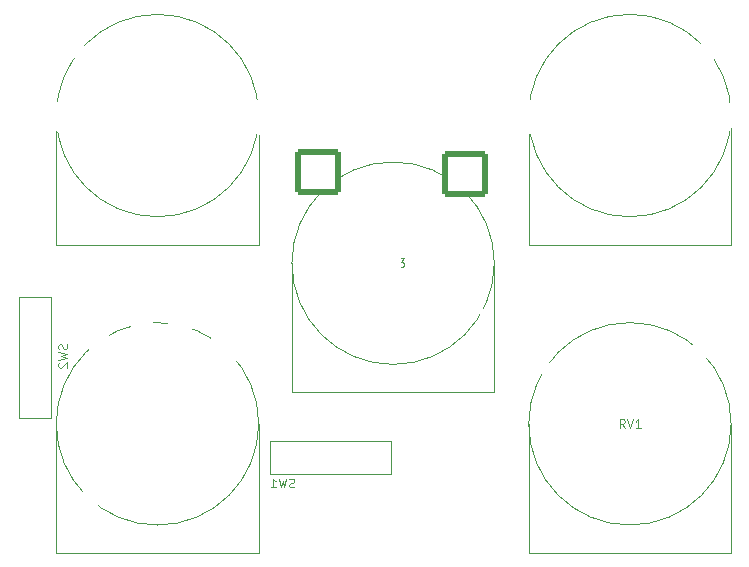
<source format=gbo>
G04 #@! TF.GenerationSoftware,KiCad,Pcbnew,8.0.1*
G04 #@! TF.CreationDate,2024-07-26T15:20:18+05:00*
G04 #@! TF.ProjectId,Life_pedal,4c696665-5f70-4656-9461-6c2e6b696361,rev?*
G04 #@! TF.SameCoordinates,Original*
G04 #@! TF.FileFunction,Legend,Bot*
G04 #@! TF.FilePolarity,Positive*
%FSLAX46Y46*%
G04 Gerber Fmt 4.6, Leading zero omitted, Abs format (unit mm)*
G04 Created by KiCad (PCBNEW 8.0.1) date 2024-07-26 15:20:18*
%MOMM*%
%LPD*%
G01*
G04 APERTURE LIST*
G04 Aperture macros list*
%AMRoundRect*
0 Rectangle with rounded corners*
0 $1 Rounding radius*
0 $2 $3 $4 $5 $6 $7 $8 $9 X,Y pos of 4 corners*
0 Add a 4 corners polygon primitive as box body*
4,1,4,$2,$3,$4,$5,$6,$7,$8,$9,$2,$3,0*
0 Add four circle primitives for the rounded corners*
1,1,$1+$1,$2,$3*
1,1,$1+$1,$4,$5*
1,1,$1+$1,$6,$7*
1,1,$1+$1,$8,$9*
0 Add four rect primitives between the rounded corners*
20,1,$1+$1,$2,$3,$4,$5,0*
20,1,$1+$1,$4,$5,$6,$7,0*
20,1,$1+$1,$6,$7,$8,$9,0*
20,1,$1+$1,$8,$9,$2,$3,0*%
G04 Aperture macros list end*
%ADD10C,0.100000*%
%ADD11C,0.120000*%
%ADD12O,2.200000X2.200000*%
%ADD13R,2.200000X2.200000*%
%ADD14R,1.600000X1.600000*%
%ADD15C,1.600000*%
%ADD16R,1.500000X1.050000*%
%ADD17O,1.500000X1.050000*%
%ADD18C,1.500000*%
%ADD19R,1.500000X1.500000*%
%ADD20RoundRect,0.250002X1.699998X-1.699998X1.699998X1.699998X-1.699998X1.699998X-1.699998X-1.699998X0*%
%ADD21R,1.700000X1.700000*%
%ADD22O,1.700000X1.700000*%
%ADD23C,1.804000*%
%ADD24C,3.000000*%
%ADD25R,4.600000X2.000000*%
%ADD26O,4.200000X2.000000*%
%ADD27O,2.000000X4.200000*%
%ADD28C,2.340000*%
%ADD29C,0.600000*%
G04 APERTURE END LIST*
D10*
X120906050Y-70600000D02*
X120941764Y-70707143D01*
X120941764Y-70707143D02*
X120941764Y-70885714D01*
X120941764Y-70885714D02*
X120906050Y-70957143D01*
X120906050Y-70957143D02*
X120870335Y-70992857D01*
X120870335Y-70992857D02*
X120798907Y-71028571D01*
X120798907Y-71028571D02*
X120727478Y-71028571D01*
X120727478Y-71028571D02*
X120656050Y-70992857D01*
X120656050Y-70992857D02*
X120620335Y-70957143D01*
X120620335Y-70957143D02*
X120584621Y-70885714D01*
X120584621Y-70885714D02*
X120548907Y-70742857D01*
X120548907Y-70742857D02*
X120513192Y-70671428D01*
X120513192Y-70671428D02*
X120477478Y-70635714D01*
X120477478Y-70635714D02*
X120406050Y-70600000D01*
X120406050Y-70600000D02*
X120334621Y-70600000D01*
X120334621Y-70600000D02*
X120263192Y-70635714D01*
X120263192Y-70635714D02*
X120227478Y-70671428D01*
X120227478Y-70671428D02*
X120191764Y-70742857D01*
X120191764Y-70742857D02*
X120191764Y-70921428D01*
X120191764Y-70921428D02*
X120227478Y-71028571D01*
X120191764Y-71278571D02*
X120941764Y-71457143D01*
X120941764Y-71457143D02*
X120406050Y-71600000D01*
X120406050Y-71600000D02*
X120941764Y-71742857D01*
X120941764Y-71742857D02*
X120191764Y-71921429D01*
X120263192Y-72171429D02*
X120227478Y-72207143D01*
X120227478Y-72207143D02*
X120191764Y-72278572D01*
X120191764Y-72278572D02*
X120191764Y-72457143D01*
X120191764Y-72457143D02*
X120227478Y-72528572D01*
X120227478Y-72528572D02*
X120263192Y-72564286D01*
X120263192Y-72564286D02*
X120334621Y-72600000D01*
X120334621Y-72600000D02*
X120406050Y-72600000D01*
X120406050Y-72600000D02*
X120513192Y-72564286D01*
X120513192Y-72564286D02*
X120941764Y-72135714D01*
X120941764Y-72135714D02*
X120941764Y-72600000D01*
X140199999Y-82706050D02*
X140092857Y-82741764D01*
X140092857Y-82741764D02*
X139914285Y-82741764D01*
X139914285Y-82741764D02*
X139842857Y-82706050D01*
X139842857Y-82706050D02*
X139807142Y-82670335D01*
X139807142Y-82670335D02*
X139771428Y-82598907D01*
X139771428Y-82598907D02*
X139771428Y-82527478D01*
X139771428Y-82527478D02*
X139807142Y-82456050D01*
X139807142Y-82456050D02*
X139842857Y-82420335D01*
X139842857Y-82420335D02*
X139914285Y-82384621D01*
X139914285Y-82384621D02*
X140057142Y-82348907D01*
X140057142Y-82348907D02*
X140128571Y-82313192D01*
X140128571Y-82313192D02*
X140164285Y-82277478D01*
X140164285Y-82277478D02*
X140199999Y-82206050D01*
X140199999Y-82206050D02*
X140199999Y-82134621D01*
X140199999Y-82134621D02*
X140164285Y-82063192D01*
X140164285Y-82063192D02*
X140128571Y-82027478D01*
X140128571Y-82027478D02*
X140057142Y-81991764D01*
X140057142Y-81991764D02*
X139878571Y-81991764D01*
X139878571Y-81991764D02*
X139771428Y-82027478D01*
X139521428Y-81991764D02*
X139342856Y-82741764D01*
X139342856Y-82741764D02*
X139199999Y-82206050D01*
X139199999Y-82206050D02*
X139057142Y-82741764D01*
X139057142Y-82741764D02*
X138878571Y-81991764D01*
X138199999Y-82741764D02*
X138628570Y-82741764D01*
X138414285Y-82741764D02*
X138414285Y-81991764D01*
X138414285Y-81991764D02*
X138485713Y-82098907D01*
X138485713Y-82098907D02*
X138557142Y-82170335D01*
X138557142Y-82170335D02*
X138628570Y-82206050D01*
X148103571Y-64091764D02*
X147853571Y-63734621D01*
X147675000Y-64091764D02*
X147675000Y-63341764D01*
X147675000Y-63341764D02*
X147960714Y-63341764D01*
X147960714Y-63341764D02*
X148032143Y-63377478D01*
X148032143Y-63377478D02*
X148067857Y-63413192D01*
X148067857Y-63413192D02*
X148103571Y-63484621D01*
X148103571Y-63484621D02*
X148103571Y-63591764D01*
X148103571Y-63591764D02*
X148067857Y-63663192D01*
X148067857Y-63663192D02*
X148032143Y-63698907D01*
X148032143Y-63698907D02*
X147960714Y-63734621D01*
X147960714Y-63734621D02*
X147675000Y-63734621D01*
X148317857Y-63341764D02*
X148567857Y-64091764D01*
X148567857Y-64091764D02*
X148817857Y-63341764D01*
X148996428Y-63341764D02*
X149460714Y-63341764D01*
X149460714Y-63341764D02*
X149210714Y-63627478D01*
X149210714Y-63627478D02*
X149317857Y-63627478D01*
X149317857Y-63627478D02*
X149389286Y-63663192D01*
X149389286Y-63663192D02*
X149425000Y-63698907D01*
X149425000Y-63698907D02*
X149460714Y-63770335D01*
X149460714Y-63770335D02*
X149460714Y-63948907D01*
X149460714Y-63948907D02*
X149425000Y-64020335D01*
X149425000Y-64020335D02*
X149389286Y-64056050D01*
X149389286Y-64056050D02*
X149317857Y-64091764D01*
X149317857Y-64091764D02*
X149103571Y-64091764D01*
X149103571Y-64091764D02*
X149032143Y-64056050D01*
X149032143Y-64056050D02*
X148996428Y-64020335D01*
X168153571Y-77691764D02*
X167903571Y-77334621D01*
X167725000Y-77691764D02*
X167725000Y-76941764D01*
X167725000Y-76941764D02*
X168010714Y-76941764D01*
X168010714Y-76941764D02*
X168082143Y-76977478D01*
X168082143Y-76977478D02*
X168117857Y-77013192D01*
X168117857Y-77013192D02*
X168153571Y-77084621D01*
X168153571Y-77084621D02*
X168153571Y-77191764D01*
X168153571Y-77191764D02*
X168117857Y-77263192D01*
X168117857Y-77263192D02*
X168082143Y-77298907D01*
X168082143Y-77298907D02*
X168010714Y-77334621D01*
X168010714Y-77334621D02*
X167725000Y-77334621D01*
X168367857Y-76941764D02*
X168617857Y-77691764D01*
X168617857Y-77691764D02*
X168867857Y-76941764D01*
X169510714Y-77691764D02*
X169082143Y-77691764D01*
X169296428Y-77691764D02*
X169296428Y-76941764D01*
X169296428Y-76941764D02*
X169225000Y-77048907D01*
X169225000Y-77048907D02*
X169153571Y-77120335D01*
X169153571Y-77120335D02*
X169082143Y-77156050D01*
D11*
X119560000Y-76850000D02*
X116840000Y-76850000D01*
X116840000Y-66630000D01*
X119560000Y-66630000D01*
X119560000Y-76850000D01*
X138150000Y-81560000D02*
X148370000Y-81560000D01*
X148370000Y-78840000D01*
X138150000Y-78840000D01*
X138150000Y-81560000D01*
X160030000Y-51250000D02*
X160030000Y-62170000D01*
X160030000Y-62170000D02*
X177170000Y-62170000D01*
X177170000Y-51250000D02*
X177170000Y-62170000D01*
X177170000Y-51250000D02*
G75*
G02*
X160030000Y-51250000I-8570000J0D01*
G01*
X160030000Y-51250000D02*
G75*
G02*
X177170000Y-51250000I8570000J0D01*
G01*
X157120000Y-63750000D02*
G75*
G02*
X139980000Y-63750000I-8570000J0D01*
G01*
X139980000Y-63750000D02*
G75*
G02*
X157120000Y-63750000I8570000J0D01*
G01*
X157120000Y-63750000D02*
X157120000Y-74670000D01*
X139980000Y-74670000D02*
X157120000Y-74670000D01*
X139980000Y-63750000D02*
X139980000Y-74670000D01*
X137170000Y-77350000D02*
G75*
G02*
X120030000Y-77350000I-8570000J0D01*
G01*
X120030000Y-77350000D02*
G75*
G02*
X137170000Y-77350000I8570000J0D01*
G01*
X137170000Y-77350000D02*
X137170000Y-88270000D01*
X120030000Y-88270000D02*
X137170000Y-88270000D01*
X120030000Y-77350000D02*
X120030000Y-88270000D01*
X137170000Y-51250000D02*
G75*
G02*
X120030000Y-51250000I-8570000J0D01*
G01*
X120030000Y-51250000D02*
G75*
G02*
X137170000Y-51250000I8570000J0D01*
G01*
X137170000Y-51250000D02*
X137170000Y-62170000D01*
X120030000Y-62170000D02*
X137170000Y-62170000D01*
X120030000Y-51250000D02*
X120030000Y-62170000D01*
X177170000Y-77350000D02*
G75*
G02*
X160030000Y-77350000I-8570000J0D01*
G01*
X160030000Y-77350000D02*
G75*
G02*
X177170000Y-77350000I8570000J0D01*
G01*
X177170000Y-77350000D02*
X177170000Y-88270000D01*
X160030000Y-88270000D02*
X177170000Y-88270000D01*
X160030000Y-77350000D02*
X160030000Y-88270000D01*
%LPC*%
D12*
X123800000Y-70743533D03*
D13*
X123800000Y-68203533D03*
D12*
X127200000Y-68400000D03*
D13*
X127200000Y-70940000D03*
D14*
X150194888Y-84600000D03*
D15*
X152694888Y-84600000D03*
D16*
X132640001Y-79130000D03*
D17*
X132640001Y-80400001D03*
X132640001Y-81670000D03*
D18*
X154200000Y-89120001D03*
X154200000Y-91660000D03*
D19*
X154200000Y-94200000D03*
D13*
X169668234Y-96800000D03*
D12*
X167128234Y-96800000D03*
D20*
X119400000Y-101200000D03*
D19*
X118200000Y-71740000D03*
D15*
X118200000Y-69200000D03*
X118200000Y-74280000D03*
D20*
X154600000Y-56200000D03*
D19*
X175800000Y-102200000D03*
D18*
X175800000Y-99660000D03*
X175800000Y-97120001D03*
D13*
X134200000Y-70940000D03*
D12*
X134200000Y-68400000D03*
D14*
X164205112Y-79000000D03*
D15*
X161705112Y-79000000D03*
D19*
X148150000Y-89050000D03*
D18*
X148150000Y-91590000D03*
X148150000Y-94129999D03*
D20*
X141400000Y-101200000D03*
D14*
X143805112Y-61800000D03*
D15*
X141305112Y-61800000D03*
D20*
X147085714Y-101200000D03*
X130028572Y-101200000D03*
D21*
X141025000Y-35950000D03*
D22*
X141025000Y-38490000D03*
D20*
X142200000Y-56000000D03*
D23*
X174800000Y-70990000D03*
X174800000Y-73530000D03*
X174800000Y-76070000D03*
X174800000Y-78610000D03*
X167180000Y-78610000D03*
X167180000Y-76070000D03*
X167180000Y-73530000D03*
X167180000Y-70990000D03*
D13*
X130600000Y-68203532D03*
D12*
X130600000Y-70743532D03*
D19*
X148450000Y-63450000D03*
D18*
X150990000Y-63450000D03*
X153530000Y-63450000D03*
D14*
X179000000Y-91000000D03*
D15*
X176500000Y-91000000D03*
D13*
X137800000Y-68203532D03*
D12*
X137800000Y-70743532D03*
D14*
X164405113Y-73000000D03*
D15*
X161905113Y-73000000D03*
D20*
X124600000Y-101200000D03*
D13*
X155600000Y-41668234D03*
D12*
X155600000Y-39128234D03*
D24*
X159815000Y-44985000D03*
X176045000Y-44985000D03*
X159815000Y-38635000D03*
X176045000Y-38635000D03*
X159815000Y-51335000D03*
X176045000Y-51335000D03*
D25*
X148300000Y-45335000D03*
D26*
X148300000Y-39035000D03*
D27*
X143500000Y-42435000D03*
D19*
X143260000Y-80200000D03*
D15*
X145800000Y-80200000D03*
X140720000Y-80200000D03*
D19*
X141150000Y-89050000D03*
D18*
X141150000Y-91590000D03*
X141150000Y-94129999D03*
D14*
X149005113Y-70200000D03*
D15*
X146505113Y-70200000D03*
D24*
X120965000Y-44985000D03*
X137195000Y-44985000D03*
X120965000Y-38635000D03*
X137195000Y-38635000D03*
X120965000Y-51335000D03*
X137195000Y-51335000D03*
D20*
X152400000Y-101200000D03*
D13*
X169668234Y-93200000D03*
D12*
X167128234Y-93200000D03*
D14*
X152000000Y-48594887D03*
D15*
X152000000Y-51094887D03*
D14*
X142200000Y-51005113D03*
D15*
X142200000Y-48505113D03*
D14*
X122800000Y-83900000D03*
D15*
X122800000Y-86400000D03*
D28*
X163600000Y-63800000D03*
X168600000Y-63800000D03*
X173600000Y-63800000D03*
X153550000Y-76300000D03*
X148550000Y-76300000D03*
X143550000Y-76300000D03*
X133600000Y-89900000D03*
X128600000Y-89900000D03*
X123600000Y-89900000D03*
X133600000Y-63800000D03*
X128600000Y-63800000D03*
X123600000Y-63800000D03*
X173600000Y-89900000D03*
X168600000Y-89900000D03*
X163600000Y-89900000D03*
D29*
X152400000Y-59800000D03*
X158000000Y-63400000D03*
X132800000Y-76800000D03*
X144000000Y-85600000D03*
X146600000Y-90000000D03*
X145800000Y-98000000D03*
X157000000Y-98000000D03*
X162600000Y-103800000D03*
X147800000Y-66000000D03*
X156000000Y-67800000D03*
X155600000Y-75200000D03*
X165600000Y-83400000D03*
X178800000Y-95400000D03*
X164400000Y-102800000D03*
X158000000Y-89200000D03*
X144600000Y-97400000D03*
X144000000Y-94600000D03*
X128800000Y-81200000D03*
X138400000Y-85800000D03*
X136600000Y-84000000D03*
X132000000Y-84800000D03*
X133800000Y-97000000D03*
X133200000Y-97800000D03*
X146000000Y-47400000D03*
X155600000Y-49000000D03*
%LPD*%
M02*

</source>
